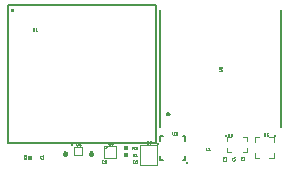
<source format=gbr>
G04 EAGLE Gerber RS-274X export*
G75*
%MOMM*%
%FSLAX34Y34*%
%LPD*%
%INSilkscreen Top*%
%IPPOS*%
%AMOC8*
5,1,8,0,0,1.08239X$1,22.5*%
G01*
%ADD10C,0.025400*%
%ADD11C,0.152400*%
%ADD12C,0.127000*%
%ADD13R,0.300000X0.300000*%
%ADD14C,0.076200*%
%ADD15C,0.200000*%
%ADD16C,0.406400*%
%ADD17C,0.200000*%
%ADD18C,0.120000*%
%ADD19C,0.101600*%


D10*
X25741Y116873D02*
X25741Y115222D01*
X25743Y115173D01*
X25748Y115125D01*
X25758Y115077D01*
X25771Y115030D01*
X25787Y114985D01*
X25807Y114940D01*
X25830Y114898D01*
X25857Y114857D01*
X25886Y114818D01*
X25918Y114782D01*
X25954Y114748D01*
X25991Y114717D01*
X26031Y114689D01*
X26073Y114664D01*
X26116Y114643D01*
X26161Y114624D01*
X26208Y114610D01*
X26255Y114599D01*
X26303Y114591D01*
X26352Y114587D01*
X26400Y114587D01*
X26449Y114591D01*
X26497Y114599D01*
X26544Y114610D01*
X26591Y114624D01*
X26636Y114643D01*
X26679Y114664D01*
X26721Y114689D01*
X26761Y114717D01*
X26798Y114748D01*
X26834Y114782D01*
X26866Y114818D01*
X26895Y114857D01*
X26922Y114898D01*
X26945Y114940D01*
X26965Y114985D01*
X26981Y115030D01*
X26994Y115077D01*
X27004Y115125D01*
X27009Y115173D01*
X27011Y115222D01*
X27011Y116873D01*
X28103Y116365D02*
X28738Y116873D01*
X28738Y114587D01*
X28103Y114587D02*
X29373Y114587D01*
X172427Y15513D02*
X172427Y13227D01*
X173443Y13227D01*
X174327Y15005D02*
X174962Y15513D01*
X174962Y13227D01*
X174327Y13227D02*
X175597Y13227D01*
X189173Y5443D02*
X189173Y4935D01*
X189171Y4891D01*
X189165Y4847D01*
X189156Y4804D01*
X189142Y4761D01*
X189125Y4720D01*
X189105Y4681D01*
X189081Y4644D01*
X189054Y4608D01*
X189024Y4576D01*
X188992Y4546D01*
X188956Y4519D01*
X188919Y4495D01*
X188880Y4475D01*
X188839Y4458D01*
X188796Y4444D01*
X188753Y4435D01*
X188709Y4429D01*
X188665Y4427D01*
X187395Y4427D01*
X187351Y4429D01*
X187307Y4435D01*
X187264Y4444D01*
X187221Y4458D01*
X187180Y4475D01*
X187141Y4495D01*
X187104Y4519D01*
X187068Y4546D01*
X187036Y4576D01*
X187006Y4608D01*
X186979Y4644D01*
X186955Y4681D01*
X186935Y4720D01*
X186918Y4761D01*
X186904Y4804D01*
X186895Y4847D01*
X186889Y4891D01*
X186887Y4935D01*
X186887Y5443D01*
X189173Y6339D02*
X189173Y6974D01*
X189171Y7023D01*
X189166Y7071D01*
X189156Y7119D01*
X189143Y7166D01*
X189127Y7211D01*
X189107Y7256D01*
X189084Y7298D01*
X189057Y7339D01*
X189028Y7378D01*
X188996Y7414D01*
X188960Y7448D01*
X188923Y7479D01*
X188883Y7507D01*
X188841Y7532D01*
X188798Y7553D01*
X188753Y7572D01*
X188706Y7586D01*
X188659Y7597D01*
X188611Y7605D01*
X188562Y7609D01*
X188514Y7609D01*
X188465Y7605D01*
X188417Y7597D01*
X188370Y7586D01*
X188323Y7572D01*
X188278Y7553D01*
X188235Y7532D01*
X188193Y7507D01*
X188153Y7479D01*
X188116Y7448D01*
X188080Y7414D01*
X188048Y7378D01*
X188019Y7339D01*
X187992Y7298D01*
X187969Y7256D01*
X187949Y7211D01*
X187933Y7166D01*
X187920Y7119D01*
X187910Y7071D01*
X187905Y7023D01*
X187903Y6974D01*
X186887Y7101D02*
X186887Y6339D01*
X186887Y7101D02*
X186889Y7145D01*
X186895Y7189D01*
X186904Y7232D01*
X186918Y7275D01*
X186935Y7316D01*
X186955Y7355D01*
X186979Y7392D01*
X187006Y7428D01*
X187036Y7460D01*
X187068Y7490D01*
X187104Y7517D01*
X187141Y7541D01*
X187180Y7561D01*
X187221Y7578D01*
X187264Y7592D01*
X187307Y7601D01*
X187351Y7607D01*
X187395Y7609D01*
X187439Y7607D01*
X187483Y7601D01*
X187526Y7592D01*
X187569Y7578D01*
X187610Y7561D01*
X187649Y7541D01*
X187686Y7517D01*
X187722Y7490D01*
X187754Y7460D01*
X187784Y7428D01*
X187811Y7392D01*
X187835Y7355D01*
X187855Y7316D01*
X187872Y7275D01*
X187886Y7232D01*
X187895Y7189D01*
X187901Y7145D01*
X187903Y7101D01*
X187903Y6593D01*
X196673Y5643D02*
X196673Y5135D01*
X196671Y5091D01*
X196665Y5047D01*
X196656Y5004D01*
X196642Y4961D01*
X196625Y4920D01*
X196605Y4881D01*
X196581Y4844D01*
X196554Y4808D01*
X196524Y4776D01*
X196492Y4746D01*
X196456Y4719D01*
X196419Y4695D01*
X196380Y4675D01*
X196339Y4658D01*
X196296Y4644D01*
X196253Y4635D01*
X196209Y4629D01*
X196165Y4627D01*
X194895Y4627D01*
X194851Y4629D01*
X194807Y4635D01*
X194764Y4644D01*
X194721Y4658D01*
X194680Y4675D01*
X194641Y4695D01*
X194604Y4719D01*
X194568Y4746D01*
X194536Y4776D01*
X194506Y4808D01*
X194479Y4844D01*
X194455Y4881D01*
X194435Y4920D01*
X194418Y4961D01*
X194404Y5004D01*
X194395Y5047D01*
X194389Y5091D01*
X194387Y5135D01*
X194387Y5643D01*
X194387Y7047D02*
X196165Y6539D01*
X196165Y7809D01*
X195657Y7428D02*
X196673Y7428D01*
X204273Y5743D02*
X204273Y5235D01*
X204271Y5191D01*
X204265Y5147D01*
X204256Y5104D01*
X204242Y5061D01*
X204225Y5020D01*
X204205Y4981D01*
X204181Y4944D01*
X204154Y4908D01*
X204124Y4876D01*
X204092Y4846D01*
X204056Y4819D01*
X204019Y4795D01*
X203980Y4775D01*
X203939Y4758D01*
X203896Y4744D01*
X203853Y4735D01*
X203809Y4729D01*
X203765Y4727D01*
X202495Y4727D01*
X202451Y4729D01*
X202407Y4735D01*
X202364Y4744D01*
X202321Y4758D01*
X202280Y4775D01*
X202241Y4795D01*
X202204Y4819D01*
X202168Y4846D01*
X202136Y4876D01*
X202106Y4908D01*
X202079Y4944D01*
X202055Y4981D01*
X202035Y5020D01*
X202018Y5061D01*
X202004Y5104D01*
X201995Y5147D01*
X201989Y5191D01*
X201987Y5235D01*
X201987Y5743D01*
X204273Y6639D02*
X204273Y7401D01*
X204271Y7445D01*
X204265Y7489D01*
X204256Y7532D01*
X204242Y7575D01*
X204225Y7616D01*
X204205Y7655D01*
X204181Y7692D01*
X204154Y7728D01*
X204124Y7760D01*
X204092Y7790D01*
X204056Y7817D01*
X204019Y7841D01*
X203980Y7861D01*
X203939Y7878D01*
X203896Y7892D01*
X203853Y7901D01*
X203809Y7907D01*
X203765Y7909D01*
X203511Y7909D01*
X203467Y7907D01*
X203423Y7901D01*
X203380Y7892D01*
X203337Y7878D01*
X203296Y7861D01*
X203257Y7841D01*
X203220Y7817D01*
X203184Y7790D01*
X203152Y7760D01*
X203122Y7728D01*
X203095Y7692D01*
X203071Y7655D01*
X203051Y7616D01*
X203034Y7575D01*
X203020Y7532D01*
X203011Y7489D01*
X203005Y7445D01*
X203003Y7401D01*
X203003Y6639D01*
X201987Y6639D01*
X201987Y7909D01*
X190741Y25822D02*
X190741Y27473D01*
X190741Y25822D02*
X190743Y25773D01*
X190748Y25725D01*
X190758Y25677D01*
X190771Y25630D01*
X190787Y25585D01*
X190807Y25540D01*
X190830Y25498D01*
X190857Y25457D01*
X190886Y25418D01*
X190918Y25382D01*
X190954Y25348D01*
X190991Y25317D01*
X191031Y25289D01*
X191073Y25264D01*
X191116Y25243D01*
X191161Y25224D01*
X191208Y25210D01*
X191255Y25199D01*
X191303Y25191D01*
X191352Y25187D01*
X191400Y25187D01*
X191449Y25191D01*
X191497Y25199D01*
X191544Y25210D01*
X191591Y25224D01*
X191636Y25243D01*
X191679Y25264D01*
X191721Y25289D01*
X191761Y25317D01*
X191798Y25348D01*
X191834Y25382D01*
X191866Y25418D01*
X191895Y25457D01*
X191922Y25498D01*
X191945Y25540D01*
X191965Y25585D01*
X191981Y25630D01*
X191994Y25677D01*
X192004Y25725D01*
X192009Y25773D01*
X192011Y25822D01*
X192011Y27473D01*
X193103Y25822D02*
X193105Y25871D01*
X193110Y25919D01*
X193120Y25967D01*
X193133Y26014D01*
X193149Y26059D01*
X193169Y26104D01*
X193192Y26146D01*
X193219Y26187D01*
X193248Y26226D01*
X193280Y26262D01*
X193316Y26296D01*
X193353Y26327D01*
X193393Y26355D01*
X193435Y26380D01*
X193478Y26401D01*
X193523Y26420D01*
X193570Y26434D01*
X193617Y26445D01*
X193665Y26453D01*
X193714Y26457D01*
X193762Y26457D01*
X193811Y26453D01*
X193859Y26445D01*
X193906Y26434D01*
X193953Y26420D01*
X193998Y26401D01*
X194041Y26380D01*
X194083Y26355D01*
X194123Y26327D01*
X194160Y26296D01*
X194196Y26262D01*
X194228Y26226D01*
X194257Y26187D01*
X194284Y26146D01*
X194307Y26104D01*
X194327Y26059D01*
X194343Y26014D01*
X194356Y25967D01*
X194366Y25919D01*
X194371Y25871D01*
X194373Y25822D01*
X194371Y25773D01*
X194366Y25725D01*
X194356Y25677D01*
X194343Y25630D01*
X194327Y25585D01*
X194307Y25540D01*
X194284Y25498D01*
X194257Y25457D01*
X194228Y25418D01*
X194196Y25382D01*
X194160Y25348D01*
X194123Y25317D01*
X194083Y25289D01*
X194041Y25264D01*
X193998Y25243D01*
X193953Y25224D01*
X193906Y25210D01*
X193859Y25199D01*
X193811Y25191D01*
X193762Y25187D01*
X193714Y25187D01*
X193665Y25191D01*
X193617Y25199D01*
X193570Y25210D01*
X193523Y25224D01*
X193478Y25243D01*
X193435Y25264D01*
X193393Y25289D01*
X193353Y25317D01*
X193316Y25348D01*
X193280Y25382D01*
X193248Y25418D01*
X193219Y25457D01*
X193192Y25498D01*
X193169Y25540D01*
X193149Y25585D01*
X193133Y25630D01*
X193120Y25677D01*
X193110Y25725D01*
X193105Y25773D01*
X193103Y25822D01*
X193230Y26965D02*
X193232Y27009D01*
X193238Y27053D01*
X193247Y27096D01*
X193261Y27139D01*
X193278Y27180D01*
X193298Y27219D01*
X193322Y27256D01*
X193349Y27292D01*
X193379Y27324D01*
X193411Y27354D01*
X193447Y27381D01*
X193484Y27405D01*
X193523Y27425D01*
X193564Y27442D01*
X193607Y27456D01*
X193650Y27465D01*
X193694Y27471D01*
X193738Y27473D01*
X193782Y27471D01*
X193826Y27465D01*
X193869Y27456D01*
X193912Y27442D01*
X193953Y27425D01*
X193992Y27405D01*
X194029Y27381D01*
X194065Y27354D01*
X194097Y27324D01*
X194127Y27292D01*
X194154Y27256D01*
X194178Y27219D01*
X194198Y27180D01*
X194215Y27139D01*
X194229Y27096D01*
X194238Y27053D01*
X194244Y27009D01*
X194246Y26965D01*
X194244Y26921D01*
X194238Y26877D01*
X194229Y26834D01*
X194215Y26791D01*
X194198Y26750D01*
X194178Y26711D01*
X194154Y26674D01*
X194127Y26638D01*
X194097Y26606D01*
X194065Y26576D01*
X194029Y26549D01*
X193992Y26525D01*
X193953Y26505D01*
X193912Y26488D01*
X193869Y26474D01*
X193826Y26465D01*
X193782Y26459D01*
X193738Y26457D01*
X193694Y26459D01*
X193650Y26465D01*
X193607Y26474D01*
X193564Y26488D01*
X193523Y26505D01*
X193484Y26525D01*
X193447Y26549D01*
X193411Y26576D01*
X193379Y26606D01*
X193349Y26638D01*
X193322Y26674D01*
X193298Y26711D01*
X193278Y26750D01*
X193261Y26791D01*
X193247Y26834D01*
X193238Y26877D01*
X193232Y26921D01*
X193230Y26965D01*
X221241Y27673D02*
X221241Y26022D01*
X221243Y25973D01*
X221248Y25925D01*
X221258Y25877D01*
X221271Y25830D01*
X221287Y25785D01*
X221307Y25740D01*
X221330Y25698D01*
X221357Y25657D01*
X221386Y25618D01*
X221418Y25582D01*
X221454Y25548D01*
X221491Y25517D01*
X221531Y25489D01*
X221573Y25464D01*
X221616Y25443D01*
X221661Y25424D01*
X221708Y25410D01*
X221755Y25399D01*
X221803Y25391D01*
X221852Y25387D01*
X221900Y25387D01*
X221949Y25391D01*
X221997Y25399D01*
X222044Y25410D01*
X222091Y25424D01*
X222136Y25443D01*
X222179Y25464D01*
X222221Y25489D01*
X222261Y25517D01*
X222298Y25548D01*
X222334Y25582D01*
X222366Y25618D01*
X222395Y25657D01*
X222422Y25698D01*
X222445Y25740D01*
X222465Y25785D01*
X222481Y25830D01*
X222494Y25877D01*
X222504Y25925D01*
X222509Y25973D01*
X222511Y26022D01*
X222511Y27673D01*
X223603Y25387D02*
X224365Y25387D01*
X224409Y25389D01*
X224453Y25395D01*
X224496Y25404D01*
X224539Y25418D01*
X224580Y25435D01*
X224619Y25455D01*
X224656Y25479D01*
X224692Y25506D01*
X224724Y25536D01*
X224754Y25568D01*
X224781Y25604D01*
X224805Y25641D01*
X224825Y25680D01*
X224842Y25721D01*
X224856Y25764D01*
X224865Y25807D01*
X224871Y25851D01*
X224873Y25895D01*
X224873Y26149D01*
X224871Y26193D01*
X224865Y26237D01*
X224856Y26280D01*
X224842Y26323D01*
X224825Y26364D01*
X224805Y26403D01*
X224781Y26440D01*
X224754Y26476D01*
X224724Y26508D01*
X224692Y26538D01*
X224656Y26565D01*
X224619Y26589D01*
X224580Y26609D01*
X224539Y26626D01*
X224496Y26640D01*
X224453Y26649D01*
X224409Y26655D01*
X224365Y26657D01*
X223603Y26657D01*
X223603Y27673D01*
X224873Y27673D01*
X143941Y28473D02*
X143941Y26822D01*
X143943Y26773D01*
X143948Y26725D01*
X143958Y26677D01*
X143971Y26630D01*
X143987Y26585D01*
X144007Y26540D01*
X144030Y26498D01*
X144057Y26457D01*
X144086Y26418D01*
X144118Y26382D01*
X144154Y26348D01*
X144191Y26317D01*
X144231Y26289D01*
X144273Y26264D01*
X144316Y26243D01*
X144361Y26224D01*
X144408Y26210D01*
X144455Y26199D01*
X144503Y26191D01*
X144552Y26187D01*
X144600Y26187D01*
X144649Y26191D01*
X144697Y26199D01*
X144744Y26210D01*
X144791Y26224D01*
X144836Y26243D01*
X144879Y26264D01*
X144921Y26289D01*
X144961Y26317D01*
X144998Y26348D01*
X145034Y26382D01*
X145066Y26418D01*
X145095Y26457D01*
X145122Y26498D01*
X145145Y26540D01*
X145165Y26585D01*
X145181Y26630D01*
X145194Y26677D01*
X145204Y26725D01*
X145209Y26773D01*
X145211Y26822D01*
X145211Y28473D01*
X146303Y26187D02*
X146938Y26187D01*
X146987Y26189D01*
X147035Y26194D01*
X147083Y26204D01*
X147130Y26217D01*
X147175Y26233D01*
X147220Y26253D01*
X147262Y26276D01*
X147303Y26303D01*
X147342Y26332D01*
X147378Y26364D01*
X147412Y26400D01*
X147443Y26437D01*
X147471Y26477D01*
X147496Y26519D01*
X147517Y26562D01*
X147536Y26607D01*
X147550Y26654D01*
X147561Y26701D01*
X147569Y26749D01*
X147573Y26798D01*
X147573Y26846D01*
X147569Y26895D01*
X147561Y26943D01*
X147550Y26990D01*
X147536Y27037D01*
X147517Y27082D01*
X147496Y27125D01*
X147471Y27167D01*
X147443Y27207D01*
X147412Y27244D01*
X147378Y27280D01*
X147342Y27312D01*
X147303Y27341D01*
X147262Y27368D01*
X147220Y27391D01*
X147175Y27411D01*
X147130Y27427D01*
X147083Y27440D01*
X147035Y27450D01*
X146987Y27455D01*
X146938Y27457D01*
X147065Y28473D02*
X146303Y28473D01*
X147065Y28473D02*
X147109Y28471D01*
X147153Y28465D01*
X147196Y28456D01*
X147239Y28442D01*
X147280Y28425D01*
X147319Y28405D01*
X147356Y28381D01*
X147392Y28354D01*
X147424Y28324D01*
X147454Y28292D01*
X147481Y28256D01*
X147505Y28219D01*
X147525Y28180D01*
X147542Y28139D01*
X147556Y28096D01*
X147565Y28053D01*
X147571Y28009D01*
X147573Y27965D01*
X147571Y27921D01*
X147565Y27877D01*
X147556Y27834D01*
X147542Y27791D01*
X147525Y27750D01*
X147505Y27711D01*
X147481Y27674D01*
X147454Y27638D01*
X147424Y27606D01*
X147392Y27576D01*
X147356Y27549D01*
X147319Y27525D01*
X147280Y27505D01*
X147239Y27488D01*
X147196Y27474D01*
X147153Y27465D01*
X147109Y27459D01*
X147065Y27457D01*
X146557Y27457D01*
X122141Y20973D02*
X122141Y19322D01*
X122143Y19273D01*
X122148Y19225D01*
X122158Y19177D01*
X122171Y19130D01*
X122187Y19085D01*
X122207Y19040D01*
X122230Y18998D01*
X122257Y18957D01*
X122286Y18918D01*
X122318Y18882D01*
X122354Y18848D01*
X122391Y18817D01*
X122431Y18789D01*
X122473Y18764D01*
X122516Y18743D01*
X122561Y18724D01*
X122608Y18710D01*
X122655Y18699D01*
X122703Y18691D01*
X122752Y18687D01*
X122800Y18687D01*
X122849Y18691D01*
X122897Y18699D01*
X122944Y18710D01*
X122991Y18724D01*
X123036Y18743D01*
X123079Y18764D01*
X123121Y18789D01*
X123161Y18817D01*
X123198Y18848D01*
X123234Y18882D01*
X123266Y18918D01*
X123295Y18957D01*
X123322Y18998D01*
X123345Y19040D01*
X123365Y19085D01*
X123381Y19130D01*
X123394Y19177D01*
X123404Y19225D01*
X123409Y19273D01*
X123411Y19322D01*
X123411Y20973D01*
X124503Y20973D02*
X124503Y20719D01*
X124503Y20973D02*
X125773Y20973D01*
X125138Y18687D01*
X110034Y16473D02*
X110034Y14187D01*
X110034Y16473D02*
X110669Y16473D01*
X110718Y16471D01*
X110766Y16466D01*
X110814Y16456D01*
X110861Y16443D01*
X110906Y16427D01*
X110951Y16407D01*
X110993Y16384D01*
X111034Y16357D01*
X111073Y16328D01*
X111109Y16296D01*
X111143Y16260D01*
X111174Y16223D01*
X111202Y16183D01*
X111227Y16141D01*
X111248Y16098D01*
X111267Y16053D01*
X111281Y16006D01*
X111292Y15959D01*
X111300Y15911D01*
X111304Y15862D01*
X111304Y15814D01*
X111300Y15765D01*
X111292Y15717D01*
X111281Y15670D01*
X111267Y15623D01*
X111248Y15578D01*
X111227Y15535D01*
X111202Y15493D01*
X111174Y15453D01*
X111143Y15416D01*
X111109Y15380D01*
X111073Y15348D01*
X111034Y15319D01*
X110993Y15292D01*
X110951Y15269D01*
X110906Y15249D01*
X110861Y15233D01*
X110814Y15220D01*
X110766Y15210D01*
X110718Y15205D01*
X110669Y15203D01*
X110034Y15203D01*
X110796Y15203D02*
X111304Y14187D01*
X113574Y15902D02*
X113572Y15947D01*
X113567Y15991D01*
X113558Y16036D01*
X113546Y16079D01*
X113530Y16121D01*
X113512Y16162D01*
X113490Y16201D01*
X113465Y16238D01*
X113437Y16273D01*
X113406Y16306D01*
X113373Y16337D01*
X113338Y16365D01*
X113301Y16390D01*
X113262Y16412D01*
X113221Y16430D01*
X113179Y16446D01*
X113136Y16458D01*
X113091Y16467D01*
X113047Y16472D01*
X113002Y16474D01*
X113002Y16473D02*
X112951Y16471D01*
X112900Y16466D01*
X112849Y16457D01*
X112800Y16445D01*
X112751Y16429D01*
X112703Y16409D01*
X112657Y16387D01*
X112613Y16361D01*
X112570Y16333D01*
X112530Y16301D01*
X112492Y16267D01*
X112456Y16230D01*
X112423Y16190D01*
X112393Y16149D01*
X112366Y16105D01*
X112342Y16060D01*
X112321Y16013D01*
X112304Y15965D01*
X113382Y15457D02*
X113414Y15490D01*
X113443Y15524D01*
X113470Y15561D01*
X113493Y15599D01*
X113514Y15640D01*
X113532Y15681D01*
X113547Y15724D01*
X113558Y15767D01*
X113566Y15812D01*
X113571Y15857D01*
X113573Y15902D01*
X113383Y15457D02*
X112303Y14187D01*
X113573Y14187D01*
X110234Y10573D02*
X110234Y8287D01*
X110234Y10573D02*
X110869Y10573D01*
X110918Y10571D01*
X110966Y10566D01*
X111014Y10556D01*
X111061Y10543D01*
X111106Y10527D01*
X111151Y10507D01*
X111193Y10484D01*
X111234Y10457D01*
X111273Y10428D01*
X111309Y10396D01*
X111343Y10360D01*
X111374Y10323D01*
X111402Y10283D01*
X111427Y10241D01*
X111448Y10198D01*
X111467Y10153D01*
X111481Y10106D01*
X111492Y10059D01*
X111500Y10011D01*
X111504Y9962D01*
X111504Y9914D01*
X111500Y9865D01*
X111492Y9817D01*
X111481Y9770D01*
X111467Y9723D01*
X111448Y9678D01*
X111427Y9635D01*
X111402Y9593D01*
X111374Y9553D01*
X111343Y9516D01*
X111309Y9480D01*
X111273Y9448D01*
X111234Y9419D01*
X111193Y9392D01*
X111151Y9369D01*
X111106Y9349D01*
X111061Y9333D01*
X111014Y9320D01*
X110966Y9310D01*
X110918Y9305D01*
X110869Y9303D01*
X110234Y9303D01*
X110996Y9303D02*
X111504Y8287D01*
X112503Y10065D02*
X113138Y10573D01*
X113138Y8287D01*
X112503Y8287D02*
X113773Y8287D01*
X111607Y2687D02*
X111099Y2687D01*
X111055Y2689D01*
X111011Y2695D01*
X110968Y2704D01*
X110925Y2718D01*
X110884Y2735D01*
X110845Y2755D01*
X110808Y2779D01*
X110772Y2806D01*
X110740Y2836D01*
X110710Y2868D01*
X110683Y2904D01*
X110659Y2941D01*
X110639Y2980D01*
X110622Y3021D01*
X110608Y3064D01*
X110599Y3107D01*
X110593Y3151D01*
X110591Y3195D01*
X110591Y4465D01*
X110593Y4509D01*
X110599Y4553D01*
X110608Y4596D01*
X110622Y4639D01*
X110639Y4680D01*
X110659Y4719D01*
X110683Y4756D01*
X110710Y4792D01*
X110740Y4824D01*
X110772Y4854D01*
X110808Y4881D01*
X110845Y4905D01*
X110884Y4925D01*
X110925Y4942D01*
X110968Y4956D01*
X111011Y4965D01*
X111055Y4971D01*
X111099Y4973D01*
X111607Y4973D01*
X112503Y3957D02*
X113265Y3957D01*
X113309Y3955D01*
X113353Y3949D01*
X113396Y3940D01*
X113439Y3926D01*
X113480Y3909D01*
X113519Y3889D01*
X113556Y3865D01*
X113592Y3838D01*
X113624Y3808D01*
X113654Y3776D01*
X113681Y3740D01*
X113705Y3703D01*
X113725Y3664D01*
X113742Y3623D01*
X113756Y3580D01*
X113765Y3537D01*
X113771Y3493D01*
X113773Y3449D01*
X113773Y3322D01*
X113771Y3273D01*
X113766Y3225D01*
X113756Y3177D01*
X113743Y3130D01*
X113727Y3085D01*
X113707Y3040D01*
X113684Y2998D01*
X113657Y2957D01*
X113628Y2918D01*
X113596Y2882D01*
X113560Y2848D01*
X113523Y2817D01*
X113483Y2789D01*
X113441Y2764D01*
X113398Y2743D01*
X113353Y2724D01*
X113306Y2710D01*
X113259Y2699D01*
X113211Y2691D01*
X113162Y2687D01*
X113114Y2687D01*
X113065Y2691D01*
X113017Y2699D01*
X112970Y2710D01*
X112923Y2724D01*
X112878Y2743D01*
X112835Y2764D01*
X112793Y2789D01*
X112753Y2817D01*
X112716Y2848D01*
X112680Y2882D01*
X112648Y2918D01*
X112619Y2957D01*
X112592Y2998D01*
X112569Y3040D01*
X112549Y3085D01*
X112533Y3130D01*
X112520Y3177D01*
X112510Y3225D01*
X112505Y3273D01*
X112503Y3322D01*
X112503Y3957D01*
X112505Y4018D01*
X112510Y4079D01*
X112520Y4140D01*
X112533Y4200D01*
X112549Y4259D01*
X112569Y4317D01*
X112593Y4374D01*
X112619Y4429D01*
X112650Y4483D01*
X112683Y4534D01*
X112719Y4584D01*
X112759Y4631D01*
X112801Y4675D01*
X112845Y4717D01*
X112892Y4757D01*
X112942Y4793D01*
X112993Y4826D01*
X113047Y4857D01*
X113102Y4883D01*
X113159Y4907D01*
X113217Y4927D01*
X113276Y4943D01*
X113336Y4956D01*
X113397Y4966D01*
X113458Y4971D01*
X113519Y4973D01*
X89741Y18722D02*
X89741Y20373D01*
X89741Y18722D02*
X89743Y18673D01*
X89748Y18625D01*
X89758Y18577D01*
X89771Y18530D01*
X89787Y18485D01*
X89807Y18440D01*
X89830Y18398D01*
X89857Y18357D01*
X89886Y18318D01*
X89918Y18282D01*
X89954Y18248D01*
X89991Y18217D01*
X90031Y18189D01*
X90073Y18164D01*
X90116Y18143D01*
X90161Y18124D01*
X90208Y18110D01*
X90255Y18099D01*
X90303Y18091D01*
X90352Y18087D01*
X90400Y18087D01*
X90449Y18091D01*
X90497Y18099D01*
X90544Y18110D01*
X90591Y18124D01*
X90636Y18143D01*
X90679Y18164D01*
X90721Y18189D01*
X90761Y18217D01*
X90798Y18248D01*
X90834Y18282D01*
X90866Y18318D01*
X90895Y18357D01*
X90922Y18398D01*
X90945Y18440D01*
X90965Y18485D01*
X90981Y18530D01*
X90994Y18577D01*
X91004Y18625D01*
X91009Y18673D01*
X91011Y18722D01*
X91011Y20373D01*
X92103Y19357D02*
X92865Y19357D01*
X92909Y19355D01*
X92953Y19349D01*
X92996Y19340D01*
X93039Y19326D01*
X93080Y19309D01*
X93119Y19289D01*
X93156Y19265D01*
X93192Y19238D01*
X93224Y19208D01*
X93254Y19176D01*
X93281Y19140D01*
X93305Y19103D01*
X93325Y19064D01*
X93342Y19023D01*
X93356Y18980D01*
X93365Y18937D01*
X93371Y18893D01*
X93373Y18849D01*
X93373Y18722D01*
X93371Y18673D01*
X93366Y18625D01*
X93356Y18577D01*
X93343Y18530D01*
X93327Y18485D01*
X93307Y18440D01*
X93284Y18398D01*
X93257Y18357D01*
X93228Y18318D01*
X93196Y18282D01*
X93160Y18248D01*
X93123Y18217D01*
X93083Y18189D01*
X93041Y18164D01*
X92998Y18143D01*
X92953Y18124D01*
X92906Y18110D01*
X92859Y18099D01*
X92811Y18091D01*
X92762Y18087D01*
X92714Y18087D01*
X92665Y18091D01*
X92617Y18099D01*
X92570Y18110D01*
X92523Y18124D01*
X92478Y18143D01*
X92435Y18164D01*
X92393Y18189D01*
X92353Y18217D01*
X92316Y18248D01*
X92280Y18282D01*
X92248Y18318D01*
X92219Y18357D01*
X92192Y18398D01*
X92169Y18440D01*
X92149Y18485D01*
X92133Y18530D01*
X92120Y18577D01*
X92110Y18625D01*
X92105Y18673D01*
X92103Y18722D01*
X92103Y19357D01*
X92105Y19418D01*
X92110Y19479D01*
X92120Y19540D01*
X92133Y19600D01*
X92149Y19659D01*
X92169Y19717D01*
X92193Y19774D01*
X92219Y19829D01*
X92250Y19883D01*
X92283Y19934D01*
X92319Y19984D01*
X92359Y20031D01*
X92401Y20075D01*
X92445Y20117D01*
X92492Y20157D01*
X92542Y20193D01*
X92593Y20226D01*
X92647Y20257D01*
X92702Y20283D01*
X92759Y20307D01*
X92817Y20327D01*
X92876Y20343D01*
X92936Y20356D01*
X92997Y20366D01*
X93058Y20371D01*
X93119Y20373D01*
X62441Y19573D02*
X62441Y17922D01*
X62443Y17873D01*
X62448Y17825D01*
X62458Y17777D01*
X62471Y17730D01*
X62487Y17685D01*
X62507Y17640D01*
X62530Y17598D01*
X62557Y17557D01*
X62586Y17518D01*
X62618Y17482D01*
X62654Y17448D01*
X62691Y17417D01*
X62731Y17389D01*
X62773Y17364D01*
X62816Y17343D01*
X62861Y17324D01*
X62908Y17310D01*
X62955Y17299D01*
X63003Y17291D01*
X63052Y17287D01*
X63100Y17287D01*
X63149Y17291D01*
X63197Y17299D01*
X63244Y17310D01*
X63291Y17324D01*
X63336Y17343D01*
X63379Y17364D01*
X63421Y17389D01*
X63461Y17417D01*
X63498Y17448D01*
X63534Y17482D01*
X63566Y17518D01*
X63595Y17557D01*
X63622Y17598D01*
X63645Y17640D01*
X63665Y17685D01*
X63681Y17730D01*
X63694Y17777D01*
X63704Y17825D01*
X63709Y17873D01*
X63711Y17922D01*
X63711Y19573D01*
X65311Y19573D02*
X64803Y17795D01*
X66073Y17795D01*
X65692Y18303D02*
X65692Y17287D01*
X76013Y10307D02*
X76013Y9799D01*
X76011Y9755D01*
X76005Y9711D01*
X75996Y9668D01*
X75982Y9625D01*
X75965Y9584D01*
X75945Y9545D01*
X75921Y9508D01*
X75894Y9472D01*
X75864Y9440D01*
X75832Y9410D01*
X75796Y9383D01*
X75759Y9359D01*
X75720Y9339D01*
X75679Y9322D01*
X75636Y9308D01*
X75593Y9299D01*
X75549Y9293D01*
X75505Y9291D01*
X74235Y9291D01*
X74191Y9293D01*
X74147Y9299D01*
X74104Y9308D01*
X74061Y9322D01*
X74020Y9339D01*
X73981Y9359D01*
X73944Y9383D01*
X73908Y9410D01*
X73876Y9440D01*
X73846Y9472D01*
X73819Y9508D01*
X73795Y9545D01*
X73775Y9584D01*
X73758Y9625D01*
X73744Y9668D01*
X73735Y9711D01*
X73729Y9755D01*
X73727Y9799D01*
X73727Y10307D01*
X75378Y11203D02*
X75329Y11205D01*
X75281Y11210D01*
X75233Y11220D01*
X75186Y11233D01*
X75141Y11249D01*
X75096Y11269D01*
X75054Y11292D01*
X75013Y11319D01*
X74974Y11348D01*
X74938Y11380D01*
X74904Y11416D01*
X74873Y11453D01*
X74845Y11493D01*
X74820Y11535D01*
X74799Y11578D01*
X74780Y11623D01*
X74766Y11670D01*
X74755Y11717D01*
X74747Y11765D01*
X74743Y11814D01*
X74743Y11862D01*
X74747Y11911D01*
X74755Y11959D01*
X74766Y12006D01*
X74780Y12053D01*
X74799Y12098D01*
X74820Y12141D01*
X74845Y12183D01*
X74873Y12223D01*
X74904Y12260D01*
X74938Y12296D01*
X74974Y12328D01*
X75013Y12357D01*
X75054Y12384D01*
X75096Y12407D01*
X75141Y12427D01*
X75186Y12443D01*
X75233Y12456D01*
X75281Y12466D01*
X75329Y12471D01*
X75378Y12473D01*
X75427Y12471D01*
X75475Y12466D01*
X75523Y12456D01*
X75570Y12443D01*
X75615Y12427D01*
X75660Y12407D01*
X75702Y12384D01*
X75743Y12357D01*
X75782Y12328D01*
X75818Y12296D01*
X75852Y12260D01*
X75883Y12223D01*
X75911Y12183D01*
X75936Y12141D01*
X75957Y12098D01*
X75976Y12053D01*
X75990Y12006D01*
X76001Y11959D01*
X76009Y11911D01*
X76013Y11862D01*
X76013Y11814D01*
X76009Y11765D01*
X76001Y11717D01*
X75990Y11670D01*
X75976Y11623D01*
X75957Y11578D01*
X75936Y11535D01*
X75911Y11493D01*
X75883Y11453D01*
X75852Y11416D01*
X75818Y11380D01*
X75782Y11348D01*
X75743Y11319D01*
X75702Y11292D01*
X75660Y11269D01*
X75615Y11249D01*
X75570Y11233D01*
X75523Y11220D01*
X75475Y11210D01*
X75427Y11205D01*
X75378Y11203D01*
X74235Y11330D02*
X74191Y11332D01*
X74147Y11338D01*
X74104Y11347D01*
X74061Y11361D01*
X74020Y11378D01*
X73981Y11398D01*
X73944Y11422D01*
X73908Y11449D01*
X73876Y11479D01*
X73846Y11511D01*
X73819Y11547D01*
X73795Y11584D01*
X73775Y11623D01*
X73758Y11664D01*
X73744Y11707D01*
X73735Y11750D01*
X73729Y11794D01*
X73727Y11838D01*
X73729Y11882D01*
X73735Y11926D01*
X73744Y11969D01*
X73758Y12012D01*
X73775Y12053D01*
X73795Y12092D01*
X73819Y12129D01*
X73846Y12165D01*
X73876Y12197D01*
X73908Y12227D01*
X73944Y12254D01*
X73981Y12278D01*
X74020Y12298D01*
X74061Y12315D01*
X74104Y12329D01*
X74147Y12338D01*
X74191Y12344D01*
X74235Y12346D01*
X74279Y12344D01*
X74323Y12338D01*
X74366Y12329D01*
X74409Y12315D01*
X74450Y12298D01*
X74489Y12278D01*
X74526Y12254D01*
X74562Y12227D01*
X74594Y12197D01*
X74624Y12165D01*
X74651Y12129D01*
X74675Y12092D01*
X74695Y12053D01*
X74712Y12012D01*
X74726Y11969D01*
X74735Y11926D01*
X74741Y11882D01*
X74743Y11838D01*
X74741Y11794D01*
X74735Y11750D01*
X74726Y11707D01*
X74712Y11664D01*
X74695Y11623D01*
X74675Y11584D01*
X74651Y11547D01*
X74624Y11511D01*
X74594Y11479D01*
X74562Y11449D01*
X74526Y11422D01*
X74489Y11398D01*
X74450Y11378D01*
X74409Y11361D01*
X74366Y11347D01*
X74323Y11338D01*
X74279Y11332D01*
X74235Y11330D01*
X54213Y10207D02*
X54213Y9699D01*
X54211Y9655D01*
X54205Y9611D01*
X54196Y9568D01*
X54182Y9525D01*
X54165Y9484D01*
X54145Y9445D01*
X54121Y9408D01*
X54094Y9372D01*
X54064Y9340D01*
X54032Y9310D01*
X53996Y9283D01*
X53959Y9259D01*
X53920Y9239D01*
X53879Y9222D01*
X53836Y9208D01*
X53793Y9199D01*
X53749Y9193D01*
X53705Y9191D01*
X52435Y9191D01*
X52391Y9193D01*
X52347Y9199D01*
X52304Y9208D01*
X52261Y9222D01*
X52220Y9239D01*
X52181Y9259D01*
X52144Y9283D01*
X52108Y9310D01*
X52076Y9340D01*
X52046Y9372D01*
X52019Y9408D01*
X51995Y9445D01*
X51975Y9484D01*
X51958Y9525D01*
X51944Y9568D01*
X51935Y9611D01*
X51929Y9655D01*
X51927Y9699D01*
X51927Y10207D01*
X51927Y11103D02*
X52181Y11103D01*
X51927Y11103D02*
X51927Y12373D01*
X54213Y11738D01*
X34313Y7307D02*
X34313Y6799D01*
X34311Y6755D01*
X34305Y6711D01*
X34296Y6668D01*
X34282Y6625D01*
X34265Y6584D01*
X34245Y6545D01*
X34221Y6508D01*
X34194Y6472D01*
X34164Y6440D01*
X34132Y6410D01*
X34096Y6383D01*
X34059Y6359D01*
X34020Y6339D01*
X33979Y6322D01*
X33936Y6308D01*
X33893Y6299D01*
X33849Y6293D01*
X33805Y6291D01*
X32535Y6291D01*
X32491Y6293D01*
X32447Y6299D01*
X32404Y6308D01*
X32361Y6322D01*
X32320Y6339D01*
X32281Y6359D01*
X32244Y6383D01*
X32208Y6410D01*
X32176Y6440D01*
X32146Y6472D01*
X32119Y6508D01*
X32095Y6545D01*
X32075Y6584D01*
X32058Y6625D01*
X32044Y6668D01*
X32035Y6711D01*
X32029Y6755D01*
X32027Y6799D01*
X32027Y7307D01*
X32535Y8203D02*
X32027Y8838D01*
X34313Y8838D01*
X34313Y8203D02*
X34313Y9473D01*
X20113Y5634D02*
X17827Y5634D01*
X17827Y6269D01*
X17829Y6318D01*
X17834Y6366D01*
X17844Y6414D01*
X17857Y6461D01*
X17873Y6506D01*
X17893Y6551D01*
X17916Y6593D01*
X17943Y6634D01*
X17972Y6673D01*
X18004Y6709D01*
X18040Y6743D01*
X18077Y6774D01*
X18117Y6802D01*
X18159Y6827D01*
X18202Y6848D01*
X18247Y6867D01*
X18294Y6881D01*
X18341Y6892D01*
X18389Y6900D01*
X18438Y6904D01*
X18486Y6904D01*
X18535Y6900D01*
X18583Y6892D01*
X18630Y6881D01*
X18677Y6867D01*
X18722Y6848D01*
X18765Y6827D01*
X18807Y6802D01*
X18847Y6774D01*
X18884Y6743D01*
X18920Y6709D01*
X18952Y6673D01*
X18981Y6634D01*
X19008Y6593D01*
X19031Y6551D01*
X19051Y6506D01*
X19067Y6461D01*
X19080Y6414D01*
X19090Y6366D01*
X19095Y6318D01*
X19097Y6269D01*
X19097Y5634D01*
X19097Y6396D02*
X20113Y6904D01*
X20113Y7903D02*
X20113Y8538D01*
X20111Y8587D01*
X20106Y8635D01*
X20096Y8683D01*
X20083Y8730D01*
X20067Y8775D01*
X20047Y8820D01*
X20024Y8862D01*
X19997Y8903D01*
X19968Y8942D01*
X19936Y8978D01*
X19900Y9012D01*
X19863Y9043D01*
X19823Y9071D01*
X19781Y9096D01*
X19738Y9117D01*
X19693Y9136D01*
X19646Y9150D01*
X19599Y9161D01*
X19551Y9169D01*
X19502Y9173D01*
X19454Y9173D01*
X19405Y9169D01*
X19357Y9161D01*
X19310Y9150D01*
X19263Y9136D01*
X19218Y9117D01*
X19175Y9096D01*
X19133Y9071D01*
X19093Y9043D01*
X19056Y9012D01*
X19020Y8978D01*
X18988Y8942D01*
X18959Y8903D01*
X18932Y8862D01*
X18909Y8820D01*
X18889Y8775D01*
X18873Y8730D01*
X18860Y8683D01*
X18850Y8635D01*
X18845Y8587D01*
X18843Y8538D01*
X17827Y8665D02*
X17827Y7903D01*
X17827Y8665D02*
X17829Y8709D01*
X17835Y8753D01*
X17844Y8796D01*
X17858Y8839D01*
X17875Y8880D01*
X17895Y8919D01*
X17919Y8956D01*
X17946Y8992D01*
X17976Y9024D01*
X18008Y9054D01*
X18044Y9081D01*
X18081Y9105D01*
X18120Y9125D01*
X18161Y9142D01*
X18204Y9156D01*
X18247Y9165D01*
X18291Y9171D01*
X18335Y9173D01*
X18379Y9171D01*
X18423Y9165D01*
X18466Y9156D01*
X18509Y9142D01*
X18550Y9125D01*
X18589Y9105D01*
X18626Y9081D01*
X18662Y9054D01*
X18694Y9024D01*
X18724Y8992D01*
X18751Y8956D01*
X18775Y8919D01*
X18795Y8880D01*
X18812Y8839D01*
X18826Y8796D01*
X18835Y8753D01*
X18841Y8709D01*
X18843Y8665D01*
X18843Y8157D01*
X84799Y2487D02*
X85307Y2487D01*
X84799Y2487D02*
X84755Y2489D01*
X84711Y2495D01*
X84668Y2504D01*
X84625Y2518D01*
X84584Y2535D01*
X84545Y2555D01*
X84508Y2579D01*
X84472Y2606D01*
X84440Y2636D01*
X84410Y2668D01*
X84383Y2704D01*
X84359Y2741D01*
X84339Y2780D01*
X84322Y2821D01*
X84308Y2864D01*
X84299Y2907D01*
X84293Y2951D01*
X84291Y2995D01*
X84291Y4265D01*
X84293Y4309D01*
X84299Y4353D01*
X84308Y4396D01*
X84322Y4439D01*
X84339Y4480D01*
X84359Y4519D01*
X84383Y4556D01*
X84410Y4592D01*
X84440Y4624D01*
X84472Y4654D01*
X84508Y4681D01*
X84545Y4705D01*
X84584Y4725D01*
X84625Y4742D01*
X84668Y4756D01*
X84711Y4765D01*
X84755Y4771D01*
X84799Y4773D01*
X85307Y4773D01*
X86902Y4774D02*
X86947Y4772D01*
X86991Y4767D01*
X87036Y4758D01*
X87079Y4746D01*
X87121Y4730D01*
X87162Y4712D01*
X87201Y4690D01*
X87238Y4665D01*
X87273Y4637D01*
X87306Y4606D01*
X87337Y4573D01*
X87365Y4538D01*
X87390Y4501D01*
X87412Y4462D01*
X87430Y4421D01*
X87446Y4379D01*
X87458Y4336D01*
X87467Y4291D01*
X87472Y4247D01*
X87474Y4202D01*
X86902Y4773D02*
X86851Y4771D01*
X86800Y4766D01*
X86749Y4757D01*
X86700Y4745D01*
X86651Y4729D01*
X86603Y4709D01*
X86557Y4687D01*
X86513Y4661D01*
X86470Y4633D01*
X86430Y4601D01*
X86392Y4567D01*
X86356Y4530D01*
X86323Y4490D01*
X86293Y4449D01*
X86266Y4405D01*
X86242Y4360D01*
X86221Y4313D01*
X86204Y4265D01*
X87282Y3757D02*
X87314Y3790D01*
X87343Y3824D01*
X87370Y3861D01*
X87393Y3899D01*
X87414Y3940D01*
X87432Y3981D01*
X87447Y4024D01*
X87458Y4067D01*
X87466Y4112D01*
X87471Y4157D01*
X87473Y4202D01*
X87283Y3757D02*
X86203Y2487D01*
X87473Y2487D01*
X183527Y80441D02*
X185178Y80441D01*
X185227Y80443D01*
X185275Y80448D01*
X185323Y80458D01*
X185370Y80471D01*
X185415Y80487D01*
X185460Y80507D01*
X185502Y80530D01*
X185543Y80557D01*
X185582Y80586D01*
X185618Y80618D01*
X185652Y80654D01*
X185683Y80691D01*
X185711Y80731D01*
X185736Y80773D01*
X185757Y80816D01*
X185776Y80861D01*
X185790Y80908D01*
X185801Y80955D01*
X185809Y81003D01*
X185813Y81052D01*
X185813Y81100D01*
X185809Y81149D01*
X185801Y81197D01*
X185790Y81244D01*
X185776Y81291D01*
X185757Y81336D01*
X185736Y81379D01*
X185711Y81421D01*
X185683Y81461D01*
X185652Y81498D01*
X185618Y81534D01*
X185582Y81566D01*
X185543Y81595D01*
X185502Y81622D01*
X185460Y81645D01*
X185415Y81665D01*
X185370Y81681D01*
X185323Y81694D01*
X185275Y81704D01*
X185227Y81709D01*
X185178Y81711D01*
X183527Y81711D01*
X183527Y83502D02*
X183529Y83547D01*
X183534Y83591D01*
X183543Y83636D01*
X183555Y83679D01*
X183571Y83721D01*
X183589Y83762D01*
X183611Y83801D01*
X183636Y83838D01*
X183664Y83873D01*
X183695Y83906D01*
X183728Y83937D01*
X183763Y83965D01*
X183800Y83990D01*
X183839Y84012D01*
X183880Y84030D01*
X183922Y84046D01*
X183965Y84058D01*
X184010Y84067D01*
X184054Y84072D01*
X184099Y84074D01*
X183527Y83502D02*
X183529Y83451D01*
X183534Y83400D01*
X183543Y83349D01*
X183555Y83300D01*
X183571Y83251D01*
X183591Y83203D01*
X183613Y83157D01*
X183639Y83113D01*
X183667Y83070D01*
X183699Y83030D01*
X183733Y82992D01*
X183770Y82956D01*
X183810Y82923D01*
X183851Y82893D01*
X183895Y82866D01*
X183940Y82842D01*
X183987Y82821D01*
X184035Y82804D01*
X184544Y83882D02*
X184511Y83914D01*
X184477Y83943D01*
X184440Y83970D01*
X184402Y83993D01*
X184361Y84014D01*
X184320Y84032D01*
X184277Y84047D01*
X184234Y84058D01*
X184189Y84066D01*
X184144Y84071D01*
X184099Y84073D01*
X184543Y83883D02*
X185813Y82803D01*
X185813Y84073D01*
D11*
X8000Y132000D02*
X8002Y132044D01*
X8008Y132088D01*
X8018Y132131D01*
X8031Y132173D01*
X8048Y132214D01*
X8069Y132253D01*
X8093Y132290D01*
X8120Y132325D01*
X8150Y132357D01*
X8183Y132387D01*
X8219Y132413D01*
X8256Y132437D01*
X8296Y132456D01*
X8337Y132473D01*
X8380Y132485D01*
X8423Y132494D01*
X8467Y132499D01*
X8511Y132500D01*
X8555Y132497D01*
X8599Y132490D01*
X8642Y132479D01*
X8684Y132465D01*
X8724Y132447D01*
X8763Y132425D01*
X8799Y132401D01*
X8833Y132373D01*
X8865Y132342D01*
X8894Y132308D01*
X8920Y132272D01*
X8942Y132234D01*
X8961Y132194D01*
X8976Y132152D01*
X8988Y132110D01*
X8996Y132066D01*
X9000Y132022D01*
X9000Y131978D01*
X8996Y131934D01*
X8988Y131890D01*
X8976Y131848D01*
X8961Y131806D01*
X8942Y131766D01*
X8920Y131728D01*
X8894Y131692D01*
X8865Y131658D01*
X8833Y131627D01*
X8799Y131599D01*
X8763Y131575D01*
X8724Y131553D01*
X8684Y131535D01*
X8642Y131521D01*
X8599Y131510D01*
X8555Y131503D01*
X8511Y131500D01*
X8467Y131501D01*
X8423Y131506D01*
X8380Y131515D01*
X8337Y131527D01*
X8296Y131544D01*
X8256Y131563D01*
X8219Y131587D01*
X8183Y131613D01*
X8150Y131643D01*
X8120Y131675D01*
X8093Y131710D01*
X8069Y131747D01*
X8048Y131786D01*
X8031Y131827D01*
X8018Y131869D01*
X8008Y131912D01*
X8002Y131956D01*
X8000Y132000D01*
D12*
X4367Y136500D02*
X130367Y136500D01*
X130367Y19500D01*
X4367Y19500D01*
X4367Y136500D01*
D13*
X104500Y9500D03*
X104500Y15500D03*
X23250Y7050D03*
D14*
X96000Y7000D02*
X96000Y17000D01*
X89000Y17000D01*
X86000Y17000D01*
X86000Y14000D01*
X86000Y7000D01*
X96000Y7000D01*
X89000Y17000D02*
X86000Y14000D01*
D12*
X235750Y33250D02*
X235750Y131750D01*
X133250Y131750D02*
X133250Y33250D01*
D15*
X139500Y44000D02*
X139502Y44063D01*
X139508Y44125D01*
X139518Y44187D01*
X139531Y44249D01*
X139549Y44309D01*
X139570Y44368D01*
X139595Y44426D01*
X139624Y44482D01*
X139656Y44536D01*
X139691Y44588D01*
X139729Y44637D01*
X139771Y44685D01*
X139815Y44729D01*
X139863Y44771D01*
X139912Y44809D01*
X139964Y44844D01*
X140018Y44876D01*
X140074Y44905D01*
X140132Y44930D01*
X140191Y44951D01*
X140251Y44969D01*
X140313Y44982D01*
X140375Y44992D01*
X140437Y44998D01*
X140500Y45000D01*
X140563Y44998D01*
X140625Y44992D01*
X140687Y44982D01*
X140749Y44969D01*
X140809Y44951D01*
X140868Y44930D01*
X140926Y44905D01*
X140982Y44876D01*
X141036Y44844D01*
X141088Y44809D01*
X141137Y44771D01*
X141185Y44729D01*
X141229Y44685D01*
X141271Y44637D01*
X141309Y44588D01*
X141344Y44536D01*
X141376Y44482D01*
X141405Y44426D01*
X141430Y44368D01*
X141451Y44309D01*
X141469Y44249D01*
X141482Y44187D01*
X141492Y44125D01*
X141498Y44063D01*
X141500Y44000D01*
X141498Y43937D01*
X141492Y43875D01*
X141482Y43813D01*
X141469Y43751D01*
X141451Y43691D01*
X141430Y43632D01*
X141405Y43574D01*
X141376Y43518D01*
X141344Y43464D01*
X141309Y43412D01*
X141271Y43363D01*
X141229Y43315D01*
X141185Y43271D01*
X141137Y43229D01*
X141088Y43191D01*
X141036Y43156D01*
X140982Y43124D01*
X140926Y43095D01*
X140868Y43070D01*
X140809Y43049D01*
X140749Y43031D01*
X140687Y43018D01*
X140625Y43008D01*
X140563Y43002D01*
X140500Y43000D01*
X140437Y43002D01*
X140375Y43008D01*
X140313Y43018D01*
X140251Y43031D01*
X140191Y43049D01*
X140132Y43070D01*
X140074Y43095D01*
X140018Y43124D01*
X139964Y43156D01*
X139912Y43191D01*
X139863Y43229D01*
X139815Y43271D01*
X139771Y43315D01*
X139729Y43363D01*
X139691Y43412D01*
X139656Y43464D01*
X139624Y43518D01*
X139595Y43574D01*
X139570Y43632D01*
X139549Y43691D01*
X139531Y43751D01*
X139518Y43813D01*
X139508Y43875D01*
X139502Y43937D01*
X139500Y44000D01*
D16*
X53305Y10500D02*
X52695Y10500D01*
X74695Y10500D02*
X75305Y10500D01*
D17*
X230800Y25790D03*
D18*
X229500Y24250D02*
X225500Y24250D01*
X229500Y24250D02*
X229500Y20250D01*
X229500Y6750D02*
X225500Y6750D01*
X229500Y6750D02*
X229500Y10750D01*
X217500Y6750D02*
X213500Y6750D01*
X213500Y10750D01*
X213500Y24250D02*
X217500Y24250D01*
X213500Y24250D02*
X213500Y20250D01*
D17*
X189010Y25600D03*
D18*
X190350Y24150D02*
X190350Y21075D01*
X190350Y24150D02*
X193425Y24150D01*
X206650Y24150D02*
X206650Y21075D01*
X206650Y24150D02*
X203575Y24150D01*
X206650Y14925D02*
X206650Y11850D01*
X203575Y11850D01*
X190350Y11850D02*
X190350Y14925D01*
X190350Y11850D02*
X193425Y11850D01*
D14*
X130500Y15750D02*
X130500Y17750D01*
X130500Y15750D02*
X130500Y1250D01*
X116500Y1250D01*
X116500Y17750D01*
X128500Y17750D01*
X130500Y17750D01*
D17*
X131750Y19000D03*
X59060Y17850D03*
D19*
X60500Y16500D02*
X67500Y16500D01*
X67500Y9500D01*
X60500Y9500D01*
X60500Y16500D01*
D12*
X152500Y25300D02*
X154300Y25300D01*
X154300Y21300D01*
X154300Y8700D02*
X154300Y4700D01*
X152500Y4700D01*
X135500Y4700D02*
X133700Y4700D01*
X133700Y8700D01*
X133700Y25300D02*
X135500Y25300D01*
X133700Y25300D02*
X133700Y21300D01*
D17*
X156300Y2500D03*
M02*

</source>
